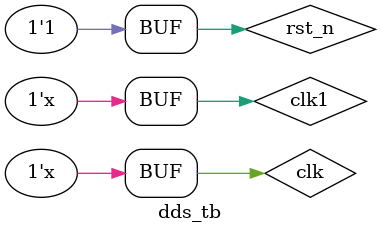
<source format=v>
`timescale 1ns / 1ps
 
module dds_tb();
reg clk;
reg clk1;
reg rst_n;
wire [1:0] din;
reg [4:0] count;
//reg config_tvalid;
//reg [15:0] config_data_poff,config_data_pinc;
//wire [7:0] dds_data_sin0,dds_data_cos0;

wire [13:0] dout;

initial begin
    clk = 0;
    clk1 = 0;
    rst_n = 0;
    #1000 rst_n = 1;

 
//    config_data_poff = 16'h6000;
//    config_data_pinc = 16'hd76;
//    config_tvalid = 1;
//    #10000;
//    config_data_pinc = 16'd1234;
//    #10000;
//    config_data_poff = 16'h3400;
//    #10000;
 
end
 
always#10 clk=~clk;
always#500 clk1=~clk1;
 
always@(posedge clk1)
    if(!rst_n)
        count <= 'b0;
    else
        count <= count + 1'b1;
        
assign din = {count[4],count[3]};
//assign din = count[3]&count[3];
//assign din = 2'b11;

AskMod dds_inst (
  .clk(clk),                              // input wire clk
  .rst_n(rst_n),
  .din(din),                          // input wire rst_n
  //.config_tvalid(config_tvalid),                   // input wire config_tvalid
  //.config_data_poff(config_data_poff),            // input wire [15 : 0] config_data_poff
  //.config_data_pinc(config_data_pinc),            // input wire [15 : 0] config_data_pinc
//  .dds_data_sin0(dds_data_sin0),                  // output wire [7 : 0] dds_data_sin0
  .dout(dout)                   // output wire [7 : 0] dds_data_cos0
);
 
endmodule
</source>
